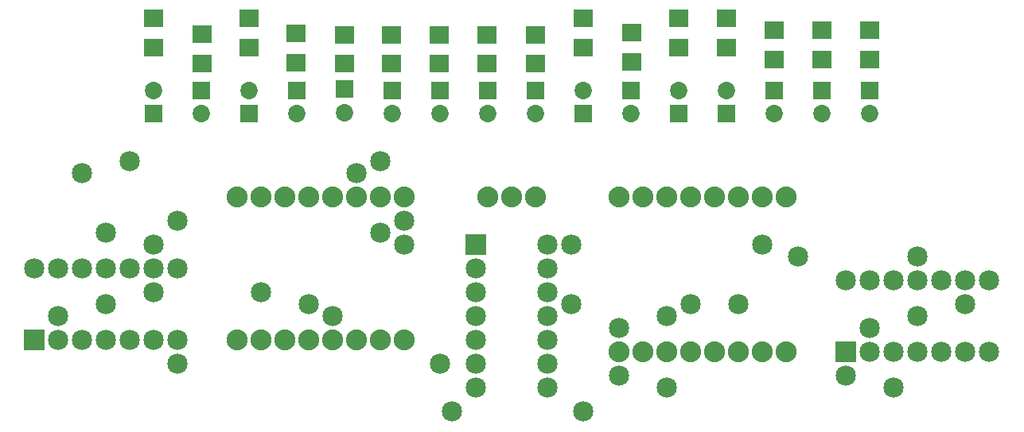
<source format=gbs>
G04 MADE WITH FRITZING*
G04 WWW.FRITZING.ORG*
G04 SINGLE SIDED*
G04 HOLES NOT PLATED*
G04 CONTOUR ON CENTER OF CONTOUR VECTOR*
%ASAXBY*%
%FSLAX23Y23*%
%MOIN*%
%OFA0B0*%
%SFA1.0B1.0*%
%ADD10C,0.088000*%
%ADD11C,0.072992*%
%ADD12C,0.085000*%
%ADD13R,0.072992X0.072992*%
%ADD14R,0.084803X0.072992*%
%ADD15R,0.085000X0.085000*%
%LNMASK0*%
G90*
G70*
G54D10*
X2083Y1110D03*
X2183Y1110D03*
X2283Y1110D03*
X2633Y460D03*
X2733Y460D03*
X2833Y460D03*
X2933Y460D03*
X3033Y460D03*
X3133Y460D03*
X3233Y460D03*
X3333Y460D03*
X2633Y1110D03*
X2733Y1110D03*
X2833Y1110D03*
X2933Y1110D03*
X3033Y1110D03*
X3133Y1110D03*
X3233Y1110D03*
X3333Y1110D03*
X1033Y1110D03*
X1133Y1110D03*
X1233Y1110D03*
X1333Y1110D03*
X1433Y1110D03*
X1533Y1110D03*
X1633Y1110D03*
X1733Y1110D03*
X1033Y510D03*
X1133Y510D03*
X1233Y510D03*
X1333Y510D03*
X1433Y510D03*
X1533Y510D03*
X1633Y510D03*
X1733Y510D03*
G54D11*
X1083Y1460D03*
X1083Y1559D03*
X3483Y1559D03*
X3483Y1460D03*
X3083Y1460D03*
X3083Y1559D03*
X2283Y1559D03*
X2283Y1460D03*
X2483Y1460D03*
X2483Y1559D03*
X3283Y1559D03*
X3283Y1460D03*
X2683Y1559D03*
X2683Y1460D03*
X3683Y1559D03*
X3683Y1460D03*
X2883Y1460D03*
X2883Y1559D03*
X2083Y1559D03*
X2083Y1460D03*
X1883Y1559D03*
X1883Y1460D03*
X1683Y1559D03*
X1683Y1460D03*
X1483Y1563D03*
X1483Y1464D03*
X1283Y1559D03*
X1283Y1460D03*
X883Y1559D03*
X883Y1460D03*
X683Y1460D03*
X683Y1559D03*
G54D12*
X3583Y460D03*
X3583Y760D03*
X3683Y460D03*
X3683Y760D03*
X3783Y460D03*
X3783Y760D03*
X3883Y460D03*
X3883Y760D03*
X3983Y460D03*
X3983Y760D03*
X4083Y460D03*
X4083Y760D03*
X4183Y460D03*
X4183Y760D03*
X183Y510D03*
X183Y810D03*
X283Y510D03*
X283Y810D03*
X383Y510D03*
X383Y810D03*
X483Y510D03*
X483Y810D03*
X583Y510D03*
X583Y810D03*
X683Y510D03*
X683Y810D03*
X783Y510D03*
X783Y810D03*
X2033Y910D03*
X2333Y910D03*
X2033Y810D03*
X2333Y810D03*
X2033Y710D03*
X2333Y710D03*
X2033Y610D03*
X2333Y610D03*
X2033Y510D03*
X2333Y510D03*
X2033Y410D03*
X2333Y410D03*
X2033Y310D03*
X2333Y310D03*
X2433Y910D03*
X3233Y910D03*
X3383Y860D03*
X3883Y860D03*
X3133Y660D03*
X4083Y660D03*
X2633Y360D03*
X3583Y360D03*
X2833Y610D03*
X3883Y610D03*
X2833Y310D03*
X3783Y310D03*
X2633Y560D03*
X3683Y560D03*
X783Y1010D03*
X1733Y1010D03*
X583Y1260D03*
X1633Y1260D03*
X383Y1210D03*
X1533Y1210D03*
X683Y710D03*
X1133Y710D03*
X483Y660D03*
X1333Y660D03*
X283Y610D03*
X1433Y610D03*
X683Y910D03*
X1733Y910D03*
X483Y960D03*
X1633Y960D03*
X783Y410D03*
X1883Y410D03*
X2433Y660D03*
X2933Y660D03*
X1933Y210D03*
X2483Y210D03*
G54D13*
X1083Y1460D03*
X3483Y1559D03*
X3083Y1460D03*
X2283Y1559D03*
X2483Y1460D03*
X3283Y1559D03*
X2683Y1559D03*
X3683Y1559D03*
X2883Y1460D03*
X2083Y1559D03*
X1883Y1559D03*
X1683Y1559D03*
X1483Y1563D03*
X1283Y1559D03*
X883Y1559D03*
X683Y1460D03*
G54D14*
X3083Y1860D03*
X3083Y1738D03*
X3483Y1810D03*
X3483Y1688D03*
X3683Y1810D03*
X3683Y1688D03*
X3283Y1810D03*
X3283Y1688D03*
X2483Y1860D03*
X2483Y1738D03*
X2883Y1860D03*
X2883Y1738D03*
X2686Y1800D03*
X2686Y1678D03*
X2283Y1792D03*
X2283Y1670D03*
X2080Y1792D03*
X2080Y1670D03*
X1878Y1792D03*
X1878Y1670D03*
X1483Y1792D03*
X1483Y1670D03*
X1278Y1797D03*
X1278Y1675D03*
X1680Y1792D03*
X1680Y1670D03*
X1083Y1860D03*
X1083Y1738D03*
X886Y1794D03*
X886Y1672D03*
X683Y1860D03*
X683Y1738D03*
G54D15*
X3583Y460D03*
X183Y510D03*
X2033Y910D03*
G04 End of Mask0*
M02*
</source>
